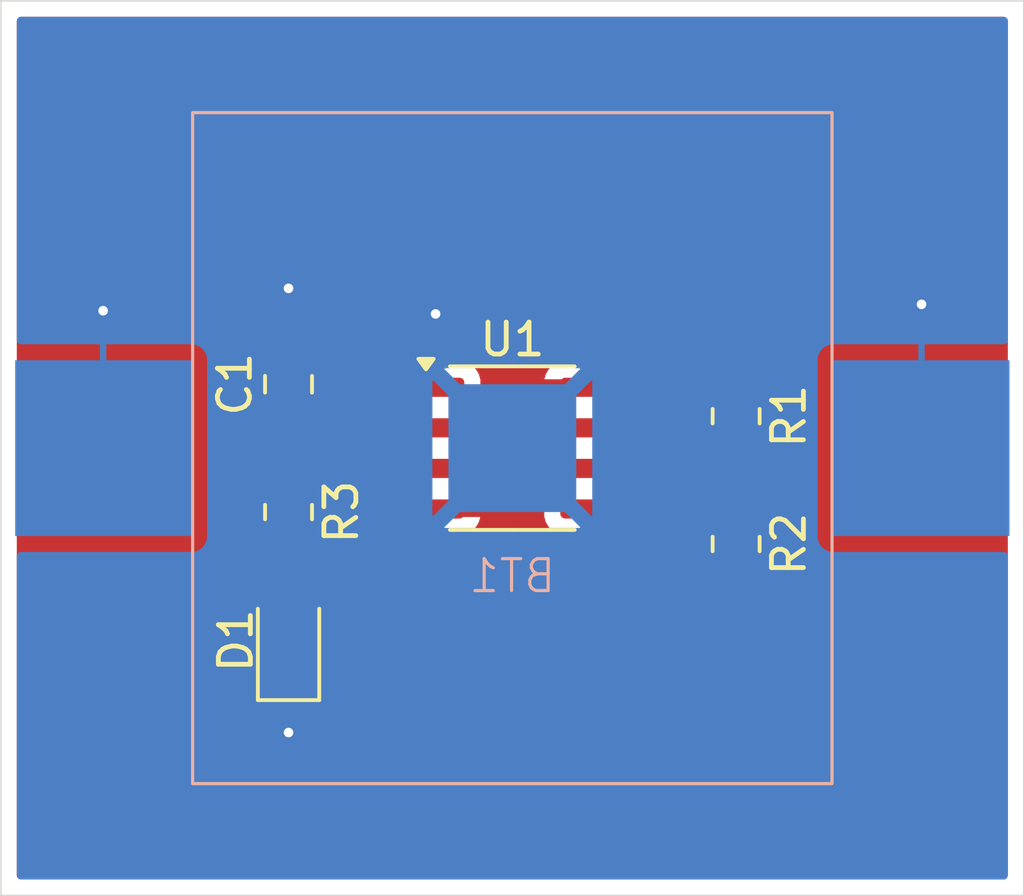
<source format=kicad_pcb>
(kicad_pcb (version 20241229) (generator "pcbnew") (generator_version "9.0")
  (layers (0 "F.Cu" signal) (2 "B.Cu" signal) (13 "F.Paste" user) (15 "B.Paste" user) (5 "F.SilkS" user "F.Silkscreen") (7 "B.SilkS" user "B.Silkscreen") (1 "F.Mask" user) (3 "B.Mask" user) (25 "Edge.Cuts" user))
  (net 0 "")
  (net 1 "GND")
  (net 2 "VDD")
  (net 3 "THRESH")
  (net 4 "Net-(D1-A)")
  (net 5 "DIS")
  (net 6 "Net-(U1-OUT)")
  (footprint "Resistor_SMD:R_0805_2012Metric_Pad1.20x1.40mm_HandSolder" (layer "F.Cu") (at 147 103 -90)
    (property "Reference" "R1" (at 0 -1.65 90) (layer "F.SilkS"))
    (property "Value" "1K")
    (fp_line (start -0.227064 0.735) (end 0.227064 0.735) (stroke (width 0.12)) (layer "F.SilkS"))
    (fp_line (start -0.227064 -0.735) (end 0.227064 -0.735) (stroke (width 0.12)) (layer "F.SilkS"))
    (pad "1" smd roundrect (at -1 0 270) (size 1.2 1.4) (layers "F.Cu" "F.Mask" "F.Paste") (roundrect_rratio 0.208333) (net 2 "VDD"))
    (pad "2" smd roundrect (at 1 0 270) (size 1.2 1.4) (layers "F.Cu" "F.Mask" "F.Paste") (roundrect_rratio 0.208333) (net 5 "DIS"))
  )
  (footprint "Package_SO:SOIC-8_3.9x4.9mm_P1.27mm" (layer "F.Cu") (at 140 104)
    (property "Reference" "U1" (at 0 -3.4 0) (layer "F.SilkS"))
    (property "Value" "~")
    (fp_line (start 0 -2.56) (end -1.95 -2.56) (stroke (width 0.12)) (layer "F.SilkS"))
    (fp_line (start 0 -2.56) (end 1.95 -2.56) (stroke (width 0.12)) (layer "F.SilkS"))
    (fp_line (start 0 2.56) (end -1.95 2.56) (stroke (width 0.12)) (layer "F.SilkS"))
    (fp_line (start 0 2.56) (end 1.95 2.56) (stroke (width 0.12)) (layer "F.SilkS"))
    (fp_poly (pts (xy -2.7 -2.465) (xy -2.94 -2.795) (xy -2.46 -2.795)) (stroke (width 0.12)) (fill yes) (layer "F.SilkS"))
    (pad "1" smd roundrect (at -2.475 -1.905) (size 1.95 0.6) (layers "F.Cu" "F.Mask" "F.Paste") (net 1 "GND"))
    (pad "2" smd roundrect (at -2.475 -0.635) (size 1.95 0.6) (layers "F.Cu" "F.Mask" "F.Paste") (net 3 "THRESH"))
    (pad "3" smd roundrect (at -2.475 0.635) (size 1.95 0.6) (layers "F.Cu" "F.Mask" "F.Paste") (net 6 "Net-(U1-OUT)"))
    (pad "4" smd roundrect (at -2.475 1.905) (size 1.95 0.6) (layers "F.Cu" "F.Mask" "F.Paste") (net 2 "VDD"))
    (pad "5" smd roundrect (at 2.475 1.905) (size 1.95 0.6) (layers "F.Cu" "F.Mask" "F.Paste"))
    (pad "6" smd roundrect (at 2.475 0.635) (size 1.95 0.6) (layers "F.Cu" "F.Mask" "F.Paste") (net 3 "THRESH"))
    (pad "7" smd roundrect (at 2.475 -0.635) (size 1.95 0.6) (layers "F.Cu" "F.Mask" "F.Paste") (net 5 "DIS"))
    (pad "8" smd roundrect (at 2.475 -1.905) (size 1.95 0.6) (layers "F.Cu" "F.Mask" "F.Paste") (net 2 "VDD"))
  )
  (footprint "Capacitor_SMD:C_0805_2012Metric_Pad1.18x1.45mm_HandSolder" (layer "F.Cu") (at 133 102 90)
    (property "Reference" "C1" (at 0 -1.68 90) (layer "F.SilkS"))
    (property "Value" "1U")
    (fp_line (start -0.261252 -0.735) (end 0.261252 -0.735) (stroke (width 0.12)) (layer "F.SilkS"))
    (fp_line (start -0.261252 0.735) (end 0.261252 0.735) (stroke (width 0.12)) (layer "F.SilkS"))
    (pad "1" smd roundrect (at -1.0375 0 90) (size 1.175 1.45) (layers "F.Cu" "F.Mask" "F.Paste") (roundrect_rratio 0.212766) (net 3 "THRESH"))
    (pad "2" smd roundrect (at 1.0375 0 90) (size 1.175 1.45) (layers "F.Cu" "F.Mask" "F.Paste") (roundrect_rratio 0.212766) (net 1 "GND"))
  )
  (footprint "Resistor_SMD:R_0805_2012Metric_Pad1.20x1.40mm_HandSolder" (layer "F.Cu") (at 147 107 -90)
    (property "Reference" "R2" (at 0 -1.65 90) (layer "F.SilkS"))
    (property "Value" "470K")
    (fp_line (start -0.227064 0.735) (end 0.227064 0.735) (stroke (width 0.12)) (layer "F.SilkS"))
    (fp_line (start -0.227064 -0.735) (end 0.227064 -0.735) (stroke (width 0.12)) (layer "F.SilkS"))
    (pad "1" smd roundrect (at -1 0 270) (size 1.2 1.4) (layers "F.Cu" "F.Mask" "F.Paste") (roundrect_rratio 0.208333) (net 5 "DIS"))
    (pad "2" smd roundrect (at 1 0 270) (size 1.2 1.4) (layers "F.Cu" "F.Mask" "F.Paste") (roundrect_rratio 0.208333) (net 3 "THRESH"))
  )
  (footprint "LED_SMD:LED_0805_2012Metric_Pad1.15x1.40mm_HandSolder" (layer "F.Cu") (at 133 110.025 90)
    (property "Reference" "D1" (at 0 -1.65 90) (layer "F.SilkS"))
    (property "Value" "LED")
    (fp_line (start 1 -0.96) (end -1.86 -0.96) (stroke (width 0.12)) (layer "F.SilkS"))
    (fp_line (start -1.86 -0.96) (end -1.86 0.96) (stroke (width 0.12)) (layer "F.SilkS"))
    (fp_line (start -1.86 0.96) (end 1 0.96) (stroke (width 0.12)) (layer "F.SilkS"))
    (pad "1" smd roundrect (at -1.025 0 90) (size 1.15 1.4) (layers "F.Cu" "F.Mask" "F.Paste") (roundrect_rratio 0.217391) (net 1 "GND"))
    (pad "2" smd roundrect (at 1.025 0 90) (size 1.15 1.4) (layers "F.Cu" "F.Mask" "F.Paste") (roundrect_rratio 0.217391) (net 4 "Net-(D1-A)"))
  )
  (footprint "Resistor_SMD:R_0805_2012Metric_Pad1.20x1.40mm_HandSolder" (layer "F.Cu") (at 133 106 -90)
    (property "Reference" "R3" (at 0 -1.65 90) (layer "F.SilkS"))
    (property "Value" "1K")
    (fp_line (start -0.227064 0.735) (end 0.227064 0.735) (stroke (width 0.12)) (layer "F.SilkS"))
    (fp_line (start -0.227064 -0.735) (end 0.227064 -0.735) (stroke (width 0.12)) (layer "F.SilkS"))
    (pad "1" smd roundrect (at -1 0 270) (size 1.2 1.4) (layers "F.Cu" "F.Mask" "F.Paste") (roundrect_rratio 0.208333) (net 6 "Net-(U1-OUT)"))
    (pad "2" smd roundrect (at 1 0 270) (size 1.2 1.4) (layers "F.Cu" "F.Mask" "F.Paste") (roundrect_rratio 0.208333) (net 4 "Net-(D1-A)"))
  )
  (footprint "GettingToBlinky5.0:S8211-46R" (layer "B.Cu") (at 140 104 180)
    (property "Reference" "BT1" (at 0 -4 0) (layer "B.SilkS") (effects (font (thickness 0.1)) (justify mirror)))
    (property "Value" "CR2032")
    (fp_rect (start -10 10.5) (end 10 -10.5) (stroke (width 0.1)) (fill no) (layer "B.SilkS"))
    (pad "1" smd rect (at -12.8 0 180) (size 5.5 5.5) (layers "B.Cu" "B.Mask" "B.Paste") (net 2 "VDD"))
    (pad "2" smd rect (at 12.8 0 180) (size 5.5 5.5) (layers "B.Cu" "B.Mask" "B.Paste") (net 2 "VDD"))
    (pad "3" smd rect (at 0 0 180) (size 4 4) (layers "B.Cu" "B.Mask" "B.Paste") (net 1 "GND"))
  )
  (gr_rect (start 124 90) (end 156 118) (stroke (width 0.05)) (fill no) (layer "Edge.Cuts"))
  (segment (start 133 100.9625) (end 133 99) (width 0.2) (layer "F.Cu") (net 1))
  (segment (start 133 111.05) (end 133 112.9) (width 0.2) (layer "F.Cu") (net 1))
  (segment (start 137.525 99.875) (end 137.6 99.8) (width 0.2) (layer "F.Cu") (net 1))
  (segment (start 137.525 102.095) (end 137.525 99.875) (width 0.2) (layer "F.Cu") (net 1))
  (via (at 137.6 99.8) (size 0.6) (drill 0.3) (layers "F.Cu" "B.Cu") (net 1))
  (via (at 133 112.9) (size 0.6) (drill 0.3) (layers "F.Cu" "B.Cu") (net 1))
  (via (at 133 99) (size 0.6) (drill 0.3) (layers "F.Cu" "B.Cu") (net 1))
  (segment (start 133 99) (end 133.1 99) (width 0.2) (layer "B.Cu") (net 1))
  (segment (start 133 112.9) (end 133 111) (width 0.2) (layer "B.Cu") (net 1))
  (segment (start 142.475 102.095) (end 146.905 102.095) (width 0.2) (layer "F.Cu") (net 2))
  (segment (start 152.8 99.5) (end 152.8 99.7) (width 0.2) (layer "F.Cu") (net 2))
  (segment (start 146.905 102.095) (end 147 102) (width 0.2) (layer "F.Cu") (net 2))
  (via (at 127.2 99.7) (size 0.6) (drill 0.3) (layers "F.Cu" "B.Cu") (net 2))
  (via (at 152.8 99.5) (size 0.6) (drill 0.3) (layers "F.Cu" "B.Cu") (net 2))
  (segment (start 127.2 104) (end 127.2 99.7) (width 0.2) (layer "B.Cu") (net 2))
  (segment (start 152.8 104) (end 152.8 99.5) (width 0.2) (layer "B.Cu") (net 2))
  (segment (start 142.475 104.635) (end 141.035 104.635) (width 0.2) (layer "F.Cu") (net 3))
  (segment (start 143.635 104.635) (end 147 108) (width 0.2) (layer "F.Cu") (net 3))
  (segment (start 139.765 103.365) (end 137.525 103.365) (width 0.2) (layer "F.Cu") (net 3))
  (segment (start 135.065 103.365) (end 137.525 103.365) (width 0.2) (layer "F.Cu") (net 3))
  (segment (start 142.475 104.635) (end 143.635 104.635) (width 0.2) (layer "F.Cu") (net 3))
  (segment (start 134.7375 103.0375) (end 135.065 103.365) (width 0.2) (layer "F.Cu") (net 3))
  (segment (start 133 103.0375) (end 134.7375 103.0375) (width 0.2) (layer "F.Cu") (net 3))
  (segment (start 141.035 104.635) (end 139.765 103.365) (width 0.2) (layer "F.Cu") (net 3))
  (segment (start 133 107) (end 133 109) (width 0.2) (layer "F.Cu") (net 4))
  (segment (start 144.365 103.365) (end 145 104) (width 0.2) (layer "F.Cu") (net 5))
  (segment (start 142.475 103.365) (end 144.365 103.365) (width 0.2) (layer "F.Cu") (net 5))
  (segment (start 145 104) (end 147 104) (width 0.2) (layer "F.Cu") (net 5))
  (segment (start 147 104) (end 147 106) (width 0.2) (layer "F.Cu") (net 5))
  (segment (start 134.7 105) (end 135.065 104.635) (width 0.2) (layer "F.Cu") (net 6))
  (segment (start 133 105) (end 134.7 105) (width 0.2) (layer "F.Cu") (net 6))
  (segment (start 135.065 104.635) (end 137.525 104.635) (width 0.2) (layer "F.Cu") (net 6))
  (zone (net 2) (net_name "VDD") (layer "F.Cu") (connect_pads (clearance 0.5)) (min_thickness 0.25) (fill yes (thermal_gap 0.5) (thermal_bridge_width 0.5))
    (polygon (pts (xy 156 90) (xy 124 90) (xy 124 118) (xy 156 118)))
  )
  (zone (net 1) (net_name "GND") (layer "B.Cu") (connect_pads (clearance 0.5)) (min_thickness 0.25) (fill yes (thermal_gap 0.5) (thermal_bridge_width 0.5))
    (polygon (pts (xy 156 90) (xy 124 90) (xy 124 118) (xy 156 118)))
  )
)
</source>
